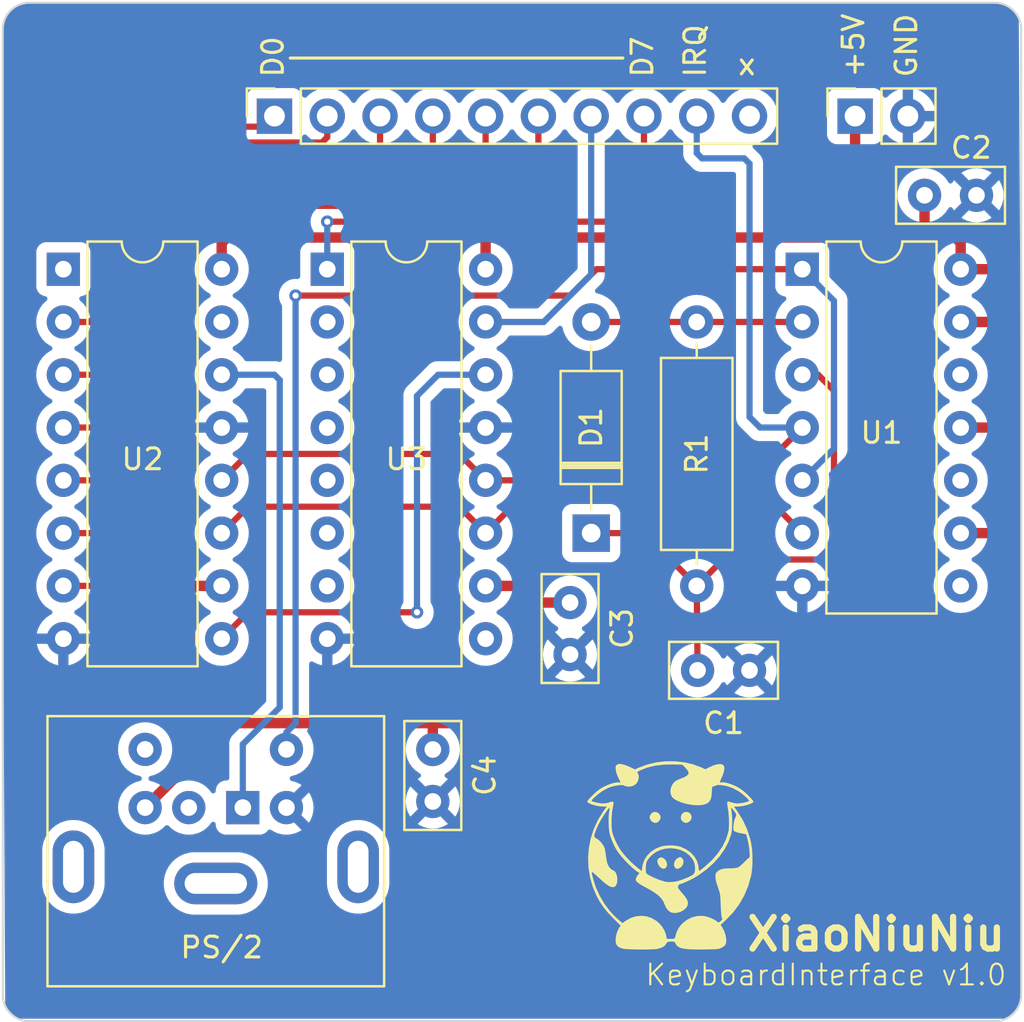
<source format=kicad_pcb>
(kicad_pcb (version 20221018) (generator pcbnew)
  (layers (0 "F.Cu" signal) (31 "B.Cu" signal) (34 "B.Paste" user) (35 "F.Paste" user) (36 "B.SilkS" user "B.Silkscreen") (37 "F.SilkS" user "F.Silkscreen") (38 "B.Mask" user) (39 "F.Mask" user) (44 "Edge.Cuts" user))
  (net 0 "")
  (net 1 "Net-(D1-K)")
  (net 2 "GND")
  (net 3 "Net-(D1-A)")
  (net 4 "DATA")
  (net 6 "+5V")
  (net 7 "CLOCK")
  (net 9 "/D0")
  (net 10 "/D1")
  (net 11 "/D2")
  (net 12 "/D3")
  (net 13 "/D4")
  (net 14 "/D5")
  (net 15 "/D6")
  (net 16 "/D7")
  (net 17 "IRQ")
  (net 19 "Net-(U2-SRCLK)")
  (net 24 "Net-(U2-QH')")
  (footprint "Capacitor_THT:C_Disc_D5.0mm_W2.5mm_P2.50mm" (layer "F.Cu") (at 106.72 82.55)
    (fp_text reference "C1" (at 1.25 2.54) (layer "F.SilkS"))
    (fp_text value "100nF")
    (fp_line (start -1.37 -1.37) (end -1.37 1.37) (stroke (width 0.12)) (layer "F.SilkS"))
    (fp_line (start -1.37 -1.37) (end 3.87 -1.37) (stroke (width 0.12)) (layer "F.SilkS"))
    (fp_line (start -1.37 1.37) (end 3.87 1.37) (stroke (width 0.12)) (layer "F.SilkS"))
    (fp_line (start 3.87 -1.37) (end 3.87 1.37) (stroke (width 0.12)) (layer "F.SilkS"))
    (pad "1" thru_hole circle (at 0 0) (size 1.6 1.6) (drill 0.8) (layers "*.Cu" "*.Mask") (net 1 "Net-(D1-K)"))
    (pad "2" thru_hole circle (at 2.5 0) (size 1.6 1.6) (drill 0.8) (layers "*.Cu" "*.Mask") (net 2 "GND"))
  )
  (footprint "Capacitor_THT:C_Disc_D5.0mm_W2.5mm_P2.50mm" (layer "F.Cu") (at 100.584 79.288 -90)
    (fp_text reference "C3" (at 1.25 -2.5 90) (layer "F.SilkS"))
    (fp_text value "100nF")
    (fp_line (start -1.37 -1.37) (end -1.37 1.37) (stroke (width 0.12)) (layer "F.SilkS"))
    (fp_line (start -1.37 -1.37) (end 3.87 -1.37) (stroke (width 0.12)) (layer "F.SilkS"))
    (fp_line (start -1.37 1.37) (end 3.87 1.37) (stroke (width 0.12)) (layer "F.SilkS"))
    (fp_line (start 3.87 -1.37) (end 3.87 1.37) (stroke (width 0.12)) (layer "F.SilkS"))
    (pad "1" thru_hole circle (at 0 0 270) (size 1.6 1.6) (drill 0.8) (layers "*.Cu" "*.Mask") (net 6 "+5V"))
    (pad "2" thru_hole circle (at 2.5 0 270) (size 1.6 1.6) (drill 0.8) (layers "*.Cu" "*.Mask") (net 2 "GND"))
  )
  (footprint "Connector_PinSocket_2.54mm:PinSocket_1x10_P2.54mm_Vertical" (layer "F.Cu") (at 86.36 55.88 90)
    (fp_text reference "J2")
    (fp_text value "CIA")
    (fp_line (start -1.33 1.27) (end -1.33 24.19) (stroke (width 0.12)) (layer "F.SilkS"))
    (fp_line (start -1.33 1.27) (end 1.33 1.27) (stroke (width 0.12)) (layer "F.SilkS"))
    (fp_line (start -1.33 24.19) (end 1.33 24.19) (stroke (width 0.12)) (layer "F.SilkS"))
    (fp_line (start 0 -1.33) (end 1.33 -1.33) (stroke (width 0.12)) (layer "F.SilkS"))
    (fp_line (start 1.33 -1.33) (end 1.33 0) (stroke (width 0.12)) (layer "F.SilkS"))
    (fp_line (start 1.33 1.27) (end 1.33 24.19) (stroke (width 0.12)) (layer "F.SilkS"))
    (pad "1" thru_hole rect (at 0 0 90) (size 1.7 1.7) (drill 1) (layers "*.Cu" "*.Mask") (net 9 "/D0"))
    (pad "2" thru_hole oval (at 0 2.54 90) (size 1.7 1.7) (drill 1) (layers "*.Cu" "*.Mask") (net 10 "/D1"))
    (pad "3" thru_hole oval (at 0 5.08 90) (size 1.7 1.7) (drill 1) (layers "*.Cu" "*.Mask") (net 11 "/D2"))
    (pad "4" thru_hole oval (at 0 7.62 90) (size 1.7 1.7) (drill 1) (layers "*.Cu" "*.Mask") (net 12 "/D3"))
    (pad "5" thru_hole oval (at 0 10.16 90) (size 1.7 1.7) (drill 1) (layers "*.Cu" "*.Mask") (net 13 "/D4"))
    (pad "6" thru_hole oval (at 0 12.7 90) (size 1.7 1.7) (drill 1) (layers "*.Cu" "*.Mask") (net 14 "/D5"))
    (pad "7" thru_hole oval (at 0 15.24 90) (size 1.7 1.7) (drill 1) (layers "*.Cu" "*.Mask") (net 15 "/D6"))
    (pad "8" thru_hole oval (at 0 17.78 90) (size 1.7 1.7) (drill 1) (layers "*.Cu" "*.Mask") (net 16 "/D7"))
    (pad "9" thru_hole oval (at 0 20.32 90) (size 1.7 1.7) (drill 1) (layers "*.Cu" "*.Mask") (net 17 "IRQ"))
    (pad "10" thru_hole oval (at 0 22.86 90) (size 1.7 1.7) (drill 1) (layers "*.Cu" "*.Mask"))
  )
  (footprint "Capacitor_THT:C_Disc_D5.0mm_W2.5mm_P2.50mm" (layer "F.Cu") (at 93.98 86.36 -90)
    (fp_text reference "C4" (at 1.25 -2.5 90) (layer "F.SilkS"))
    (fp_text value "100nF")
    (fp_line (start -1.37 -1.37) (end -1.37 1.37) (stroke (width 0.12)) (layer "F.SilkS"))
    (fp_line (start -1.37 -1.37) (end 3.87 -1.37) (stroke (width 0.12)) (layer "F.SilkS"))
    (fp_line (start -1.37 1.37) (end 3.87 1.37) (stroke (width 0.12)) (layer "F.SilkS"))
    (fp_line (start 3.87 -1.37) (end 3.87 1.37) (stroke (width 0.12)) (layer "F.SilkS"))
    (pad "1" thru_hole circle (at 0 0 270) (size 1.6 1.6) (drill 0.8) (layers "*.Cu" "*.Mask") (net 6 "+5V"))
    (pad "2" thru_hole circle (at 2.5 0 270) (size 1.6 1.6) (drill 0.8) (layers "*.Cu" "*.Mask") (net 2 "GND"))
  )
  (footprint "Cow:VerySmallCow" (layer "F.Cu") (at 105.41 91.44)
    (fp_text reference "XiaoNiuNiu" (at 9.906 3.81) (layer "F.SilkS") (effects (font (size 1.524 1.524) (thickness 0.3))))
    (fp_text value "LOGO" hide)
    (fp_poly (pts (xy 0.860799 -2.06454) (xy 0.94554 -2.009357) (xy 1.002926 -1.926687) (xy 1.024956 -1.827545) (xy 1.003631 -1.722943) (xy 0.94195 -1.634423) (xy 0.835669 -1.562606) (xy 0.723038 -1.548697) (xy 0.612022 -1.59366) (xy 0.611036 -1.594348) (xy 0.533216 -1.681325) (xy 0.501606 -1.788839) (xy 0.515058 -1.899642) (xy 0.572425 -1.996486) (xy 0.641253 -2.048393) (xy 0.756703 -2.081223)) (fill solid) (layer "F.SilkS"))
    (fp_poly (pts (xy -0.651099 -2.063236) (xy -0.563352 -2.013403) (xy -0.498777 -1.936634) (xy -0.468786 -1.840151) (xy -0.484791 -1.731176) (xy -0.498695 -1.70013) (xy -0.578736 -1.597979) (xy -0.678891 -1.549409) (xy -0.788349 -1.55614) (xy -0.8963 -1.619892) (xy -0.911639 -1.634423) (xy -0.9836 -1.740747) (xy -0.996673 -1.852832) (xy -0.950324 -1.964026) (xy -0.939249 -1.978908) (xy -0.850459 -2.05321) (xy -0.750605 -2.078912)) (fill solid) (layer "F.SilkS"))
    (fp_poly (pts (xy -0.387859 0.117826) (xy -0.283719 0.181951) (xy -0.207068 0.276038) (xy -0.163313 0.385063) (xy -0.157858 0.494) (xy -0.196108 0.587825) (xy -0.212172 0.606205) (xy -0.292122 0.658239) (xy -0.37742 0.654366) (xy -0.475737 0.594122) (xy -0.480615 0.590058) (xy -0.558677 0.499444) (xy -0.610844 0.390506) (xy -0.628159 0.285396) (xy -0.621255 0.24215) (xy -0.569263 0.161428) (xy -0.487384 0.115103) (xy -0.39717 0.114656)) (fill solid) (layer "F.SilkS"))
    (fp_poly (pts (xy 0.506748 0.099096) (xy 0.561829 0.137845) (xy 0.575895 0.151551) (xy 0.625855 0.240497) (xy 0.632601 0.34987) (xy 0.600519 0.462558) (xy 0.533994 0.561448) (xy 0.455646 0.620847) (xy 0.361378 0.65965) (xy 0.29364 0.657328) (xy 0.233223 0.612536) (xy 0.226057 0.604802) (xy 0.178888 0.511536) (xy 0.177097 0.400448) (xy 0.215853 0.28768) (xy 0.290323 0.189377) (xy 0.366719 0.134847) (xy 0.44968 0.098733)) (fill solid) (layer "F.SilkS"))
    (fp_poly (pts (xy 0.640521 -4.469991) (xy 1.065821 -4.374767) (xy 1.46632 -4.230513) (xy 1.499899 -4.215538) (xy 1.685681 -4.1313) (xy 1.880967 -4.231898) (xy 2.073661 -4.317766) (xy 2.24576 -4.368126) (xy 2.390864 -4.382513) (xy 2.502572 -4.360463) (xy 2.574483 -4.301512) (xy 2.584615 -4.282916) (xy 2.600786 -4.188609) (xy 2.58625 -4.057241) (xy 2.543915 -3.902196) (xy 2.476689 -3.736861) (xy 2.457532 -3.697841) (xy 2.410841 -3.591207) (xy 2.394498 -3.518599) (xy 2.408713 -3.48615) (xy 2.450674 -3.498081) (xy 2.512031 -3.508174) (xy 2.61536 -3.496189) (xy 2.747628 -3.465524) (xy 2.895797 -3.419576) (xy 3.046834 -3.361743) (xy 3.145174 -3.317045) (xy 3.287158 -3.242592) (xy 3.409309 -3.165238) (xy 3.529583 -3.071952) (xy 3.665937 -2.949703) (xy 3.713491 -2.904642) (xy 3.821002 -2.79794) (xy 3.910217 -2.701926) (xy 3.972784 -2.626147) (xy 4.00035 -2.580151) (xy 4.000955 -2.57608) (xy 3.972801 -2.532061) (xy 3.896239 -2.485091) (xy 3.78312 -2.43884) (xy 3.645292 -2.396981) (xy 3.494605 -2.363185) (xy 3.342909 -2.341124) (xy 3.220818 -2.334339) (xy 3.062042 -2.333891) (xy 3.225779 -2.105688) (xy 3.483063 -1.695315) (xy 3.688207 -1.25412) (xy 3.841045 -0.782487) (xy 3.884779 -0.598133) (xy 3.926378 -0.337788) (xy 3.949765 -0.042295) (xy 3.954985 0.26834) (xy 3.94208 0.574109) (xy 3.911095 0.855005) (xy 3.881284 1.014754) (xy 3.742653 1.499902) (xy 3.553764 1.951433) (xy 3.313737 2.370894) (xy 3.021694 2.759835) (xy 2.695196 3.102539) (xy 2.419204 3.362347) (xy 2.482218 3.450842) (xy 2.590636 3.647133) (xy 2.662606 3.871512) (xy 2.686386 4.031265) (xy 2.688564 4.181386) (xy 2.66399 4.289136) (xy 2.604928 4.369708) (xy 2.503643 4.43829) (xy 2.470287 4.455608) (xy 2.41965 4.479803) (xy 2.371045 4.498366) (xy 2.315582 4.512185) (xy 2.244369 4.52215) (xy 2.148517 4.52915) (xy 2.019135 4.534074) (xy 1.847333 4.537812) (xy 1.62422 4.541253) (xy 1.612371 4.541422) (xy 1.291201 4.54326) (xy 1.024809 4.538033) (xy 0.807637 4.524568) (xy 0.63413 4.501691) (xy 0.49873 4.468229) (xy 0.395882 4.423007) (xy 0.32003 4.364853) (xy 0.265616 4.292593) (xy 0.245566 4.252745) (xy 0.218526 4.199335) (xy 0.186172 4.171469) (xy 0.130496 4.161858) (xy 0.033489 4.163209) (xy 0.025144 4.16351) (xy -0.075977 4.169436) (xy -0.135502 4.184041) (xy -0.172452 4.21652) (xy -0.205267 4.2749) (xy -0.283866 4.374984) (xy -0.410121 4.451309) (xy -0.588642 4.506465) (xy -0.634711 4.515887) (xy -0.733008 4.527718) (xy -0.877971 4.536343) (xy -1.057772 4.541866) (xy -1.260586 4.544388) (xy -1.474586 4.544014) (xy -1.687946 4.540847) (xy -1.88884 4.53499) (xy -2.065442 4.526546) (xy -2.205926 4.515619) (xy -2.298465 4.502312) (xy -2.302736 4.501319) (xy -2.457804 4.445923) (xy -2.561407 4.363333) (xy -2.619239 4.246556) (xy -2.636993 4.09065) (xy -2.618351 3.905338) (xy -2.567732 3.71489) (xy -2.493097 3.545843) (xy -2.455815 3.48664) (xy -2.390842 3.395394) (xy -2.751298 3.038926) (xy -3.011438 2.764524) (xy -3.22711 2.496993) (xy -3.41005 2.220491) (xy -3.554357 1.955012) (xy -3.738921 1.517467) (xy -3.867477 1.063828) (xy -3.901714 0.846474) (xy -3.777637 0.846474) (xy -3.770639 0.897543) (xy -3.751399 0.987469) (xy -3.723465 1.106324) (xy -3.596652 1.519024) (xy -3.417689 1.924224) (xy -3.193296 2.311026) (xy -2.930193 2.668531) (xy -2.635101 2.985842) (xy -2.478379 3.125419) (xy -2.301956 3.27224) (xy -2.151013 3.163799) (xy -1.911008 3.026225) (xy -1.657838 2.944874) (xy -1.399064 2.919141) (xy -1.142247 2.948425) (xy -0.894949 3.03212) (xy -0.66473 3.169623) (xy -0.521428 3.293918) (xy -0.384066 3.458847) (xy -0.275363 3.644615) (xy -0.205762 3.831751) (xy -0.189867 3.912069) (xy -0.17388 4.031265) (xy 0.018569 4.031265) (xy 0.12344 4.029727) (xy 0.182971 4.021091) (xy 0.212432 3.999321) (xy 0.227093 3.958381) (xy 0.229472 3.947911) (xy 0.295195 3.717228) (xy 0.385169 3.527306) (xy 0.509382 3.359987) (xy 0.608168 3.25945) (xy 0.817949 3.101541) (xy 1.054248 2.990544) (xy 1.305349 2.930044) (xy 1.559539 2.923623) (xy 1.661169 2.937314) (xy 1.794713 2.971118) (xy 1.937127 3.021935) (xy 2.07106 3.082045) (xy 2.179161 3.14373) (xy 2.240907 3.195259) (xy 2.289858 3.235277) (xy 2.344128 3.231048) (xy 2.417833 3.180491) (xy 2.433662 3.166832) (xy 2.487493 3.112929) (xy 2.499631 3.07165) (xy 2.479609 3.023816) (xy 2.462297 2.961798) (xy 2.446905 2.842239) (xy 2.43372 2.668197) (xy 2.423032 2.442731) (xy 2.421835 2.409665) (xy 2.414571 2.213562) (xy 2.407098 2.064751) (xy 2.397344 1.949933) (xy 2.383238 1.85581) (xy 2.362707 1.769082) (xy 2.333681 1.67645) (xy 2.294087 1.564614) (xy 2.287277 1.545823) (xy 2.220761 1.344782) (xy 2.182478 1.183351) (xy 2.169503 1.050859) (xy 2.171345 0.946865) (xy 2.185773 0.880443) (xy 2.221008 0.828705) (xy 2.264077 0.787515) (xy 2.35554 0.721126) (xy 2.463581 0.676115) (xy 2.600754 0.649371) (xy 2.779618 0.637783) (xy 2.872871 0.636684) (xy 3.037209 0.631227) (xy 3.169426 0.61614) (xy 3.251749 0.594504) (xy 3.31534 0.554289) (xy 3.404674 0.481425) (xy 3.505015 0.388387) (xy 3.555992 0.336867) (xy 3.647151 0.245041) (xy 3.724951 0.172673) (xy 3.778767 0.129335) (xy 3.795383 0.121241) (xy 3.811423 0.093306) (xy 3.817274 0.016942) (xy 3.813867 -0.096686) (xy 3.802138 -0.236416) (xy 3.783018 -0.391085) (xy 3.757442 -0.54953) (xy 3.726848 -0.698419) (xy 3.697431 -0.821949) (xy 3.672533 -0.921112) (xy 3.655575 -0.98256) (xy 3.65062 -0.99579) (xy 3.618351 -1.005679) (xy 3.541471 -1.022218) (xy 3.435182 -1.042197) (xy 3.409835 -1.046653) (xy 3.286768 -1.072824) (xy 3.178106 -1.104342) (xy 3.105582 -1.134806) (xy 3.101097 -1.137586) (xy 3.062043 -1.166819) (xy 3.040066 -1.200985) (xy 3.031662 -1.255633) (xy 3.03333 -1.346312) (xy 3.037447 -1.420137) (xy 3.061436 -1.613925) (xy 3.108887 -1.762794) (xy 3.119051 -1.783667) (xy 3.155313 -1.870803) (xy 3.170387 -1.942303) (xy 3.167902 -1.964694) (xy 3.139823 -2.016145) (xy 3.090966 -2.088838) (xy 3.033734 -2.166242) (xy 2.980533 -2.231825) (xy 2.943768 -2.269057) (xy 2.937045 -2.272333) (xy 2.931328 -2.245973) (xy 2.935979 -2.177157) (xy 2.944754 -2.114141) (xy 2.964609 -1.944062) (xy 2.975342 -1.746114) (xy 2.977211 -1.537366) (xy 2.970473 -1.334888) (xy 2.955387 -1.155747) (xy 2.932211 -1.017012) (xy 2.927916 -1.000239) (xy 2.797639 -0.63526) (xy 2.610335 -0.279726) (xy 2.369358 0.062337) (xy 2.078059 0.386901) (xy 1.73979 0.689936) (xy 1.357903 0.967415) (xy 1.216022 1.056861) (xy 1.097494 1.123905) (xy 0.959499 1.19433) (xy 0.815367 1.262212) (xy 0.678431 1.321627) (xy 0.562022 1.36665) (xy 0.479472 1.391359) (xy 0.456698 1.394272) (xy 0.418931 1.419566) (xy 0.38309 1.478236) (xy 0.364177 1.544465) (xy 0.363723 1.554288) (xy 0.382893 1.594008) (xy 0.434481 1.666239) (xy 0.509604 1.759116) (xy 0.563775 1.821496) (xy 0.692211 1.974072) (xy 0.77868 2.098964) (xy 0.828759 2.206095) (xy 0.848028 2.305391) (xy 0.848688 2.328434) (xy 0.820427 2.449155) (xy 0.743571 2.560023) (xy 0.630011 2.655229) (xy 0.491638 2.728961) (xy 0.340343 2.775409) (xy 0.188017 2.788764) (xy 0.04655 2.763213) (xy 0.000062 2.74311) (xy -0.105372 2.661705) (xy -0.199659 2.540649) (xy -0.266845 2.400722) (xy -0.269859 2.391578) (xy -0.333221 2.239178) (xy -0.424658 2.099464) (xy -0.550372 1.966772) (xy -0.716566 1.835436) (xy -0.92944 1.699794) (xy -1.175612 1.564363) (xy -1.378718 1.452641) (xy -1.526322 1.357999) (xy -1.620585 1.278801) (xy -1.663665 1.213413) (xy -1.667064 1.192148) (xy -1.650601 1.113179) (xy -1.610249 1.021385) (xy -1.559569 0.943644) (xy -1.525931 0.912403) (xy -1.487169 0.883907) (xy -1.50098 0.861118) (xy -1.523706 0.846837) (xy -1.662638 0.749447) (xy -1.824872 0.612843) (xy -1.999653 0.447961) (xy -2.176224 0.265732) (xy -2.343828 0.077093) (xy -2.491707 -0.107022) (xy -2.571804 -0.218571) (xy -2.656771 -0.362922) (xy -2.745068 -0.544764) (xy -2.827421 -0.742293) (xy -2.894553 -0.933705) (xy -2.928826 -1.057925) (xy -2.950225 -1.191943) (xy -2.964519 -1.366993) (xy -2.971447 -1.563875) (xy -2.970747 -1.763388) (xy -2.962159 -1.946331) (xy -2.94542 -2.093504) (xy -2.943094 -2.106558) (xy -2.927626 -2.197426) (xy -2.923884 -2.252804) (xy -2.935471 -2.270087) (xy -2.965994 -2.24667) (xy -3.019058 -2.179948) (xy -3.098268 -2.067317) (xy -3.194784 -1.924702) (xy -3.353865 -1.672188) (xy -3.480111 -1.433327) (xy -3.586915 -1.182557) (xy -3.595572 -1.15975) (xy -3.641461 -1.029664) (xy -3.661126 -0.941696) (xy -3.653199 -0.882668) (xy -3.616312 -0.839406) (xy -3.558582 -0.803794) (xy -3.439635 -0.719808) (xy -3.324589 -0.604753) (xy -3.228761 -0.476912) (xy -3.167473 -0.354569) (xy -3.159453 -0.327438) (xy -3.140647 -0.235789) (xy -3.118888 -0.107599) (xy -3.098115 0.033446) (xy -3.092902 0.072864) (xy -3.071785 0.209534) (xy -3.045997 0.336422) (xy -3.020156 0.431706) (xy -3.01272 0.451742) (xy -2.94392 0.573595) (xy -2.854427 0.673167) (xy -2.759771 0.734105) (xy -2.737796 0.741218) (xy -2.663866 0.788463) (xy -2.607527 0.879228) (xy -2.569769 0.999097) (xy -2.551584 1.133656) (xy -2.553961 1.268488) (xy -2.577892 1.38918) (xy -2.624364 1.481317) (xy -2.683816 1.526995) (xy -2.764525 1.54483) (xy -2.851231 1.534631) (xy -2.950398 1.492788) (xy -3.068491 1.415688) (xy -3.211974 1.29972) (xy -3.387313 1.141273) (xy -3.406534 1.123249) (xy -3.522995 1.015546) (xy -3.625052 0.924544) (xy -3.70415 0.857615) (xy -3.751732 0.822131) (xy -3.760355 0.818377) (xy -3.773755 0.823629) (xy -3.777637 0.846474) (xy -3.901714 0.846474) (xy -3.940565 0.599841) (xy -3.958726 0.131253) (xy -3.922502 -0.336189) (xy -3.832432 -0.796738) (xy -3.689058 -1.244648) (xy -3.492922 -1.674172) (xy -3.244562 -2.079564) (xy -3.164265 -2.189917) (xy -3.055528 -2.333891) (xy -3.217561 -2.334339) (xy -3.361752 -2.343352) (xy -3.514821 -2.367214) (xy -3.664969 -2.402283) (xy -3.800396 -2.444918) (xy -3.909304 -2.491478) (xy -3.979893 -2.538322) (xy -4.000954 -2.57608) (xy -3.980697 -2.614859) (xy -3.788783 -2.614859) (xy -3.761119 -2.590686) (xy -3.687981 -2.563191) (xy -3.584147 -2.535716) (xy -3.464397 -2.511599) (xy -3.343509 -2.494182) (xy -3.236262 -2.486805) (xy -3.222059 -2.486772) (xy -3.1027 -2.497491) (xy -2.983991 -2.522571) (xy -2.95525 -2.531781) (xy -2.85014 -2.566782) (xy -2.780962 -2.577448) (xy -2.743431 -2.556844) (xy -2.733263 -2.498033) (xy -2.746172 -2.394079) (xy -2.776814 -2.24296) (xy -2.802168 -2.084319) (xy -2.819416 -1.892808) (xy -2.828326 -1.68554) (xy -2.828663 -1.479627) (xy -2.820193 -1.29218) (xy -2.802684 -1.140312) (xy -2.792557 -1.09117) (xy -2.739663 -0.924922) (xy -2.659704 -0.730737) (xy -2.562233 -0.528986) (xy -2.456806 -0.340042) (xy -2.394596 -0.242608) (xy -2.256348 -0.059827) (xy -2.082 0.138839) (xy -1.886923 0.337247) (xy -1.686484 0.519253) (xy -1.606444 0.585289) (xy -1.379117 0.766747) (xy -1.365025 0.655245) (xy -1.182214 0.655245) (xy -1.178867 0.774027) (xy -1.164838 0.858066) (xy -1.163088 0.862964) (xy -1.122852 0.905784) (xy -1.036151 0.961888) (xy -0.914295 1.026202) (xy -0.768593 1.093655) (xy -0.610354 1.159171) (xy -0.450887 1.217679) (xy -0.301502 1.264104) (xy -0.227327 1.282741) (xy -0.074762 1.298944) (xy 0.110649 1.290823) (xy 0.306851 1.259754) (xy 0.366452 1.245669) (xy 0.501018 1.205015) (xy 0.654467 1.149188) (xy 0.809934 1.085335) (xy 0.950551 1.0206) (xy 1.059453 0.962132) (xy 1.100413 0.934701) (xy 1.156272 0.856684) (xy 1.185837 0.739316) (xy 1.189729 0.597562) (xy 1.168566 0.446389) (xy 1.122969 0.300763) (xy 1.069948 0.199281) (xy 0.912798 0.011086) (xy 0.718996 -0.136581) (xy 0.497524 -0.243093) (xy 0.257367 -0.307821) (xy 0.00751 -0.330138) (xy -0.243065 -0.309418) (xy -0.485371 -0.245032) (xy -0.710427 -0.136353) (xy -0.909246 0.017247) (xy -0.94961 0.058237) (xy -1.031265 0.153967) (xy -1.100353 0.249824) (xy -1.138449 0.317925) (xy -1.160977 0.404446) (xy -1.175908 0.524469) (xy -1.182214 0.655245) (xy -1.365025 0.655245) (xy -1.357049 0.592145) (xy -1.329759 0.457999) (xy -1.285609 0.316161) (xy -1.261257 0.256505) (xy -1.127964 0.034933) (xy -0.94685 -0.151002) (xy -0.716852 -0.302211) (xy -0.497697 -0.398513) (xy -0.319633 -0.443247) (xy -0.107943 -0.465441) (xy 0.114724 -0.465095) (xy 0.325718 -0.442209) (xy 0.497697 -0.398513) (xy 0.757392 -0.2785) (xy 0.976093 -0.124794) (xy 1.149617 0.05786) (xy 1.273786 0.264719) (xy 1.344417 0.491038) (xy 1.355827 0.575195) (xy 1.367719 0.671252) (xy 1.381988 0.737384) (xy 1.393501 0.757756) (xy 1.423599 0.7394) (xy 1.490226 0.689351) (xy 1.58369 0.615144) (xy 1.694298 0.52431) (xy 1.700121 0.519453) (xy 2.019453 0.222667) (xy 2.291427 -0.093618) (xy 2.51274 -0.424454) (xy 2.680087 -0.764892) (xy 2.790165 -1.109984) (xy 2.791271 -1.11477) (xy 2.809315 -1.238959) (xy 2.819035 -1.406483) (xy 2.820692 -1.600665) (xy 2.814552 -1.804831) (xy 2.800878 -2.002305) (xy 2.779935 -2.176412) (xy 2.773895 -2.21265) (xy 2.746203 -2.375206) (xy 2.733919 -2.485347) (xy 2.741095 -2.550205) (xy 2.771785 -2.576913) (xy 2.830042 -2.572602) (xy 2.919919 -2.544407) (xy 2.955251 -2.531781) (xy 3.064748 -2.503894) (xy 3.188751 -2.488029) (xy 3.22206 -2.486772) (xy 3.325933 -2.492328) (xy 3.445698 -2.508432) (xy 3.566576 -2.531744) (xy 3.673787 -2.558924) (xy 3.752552 -2.586631) (xy 3.788093 -2.611526) (xy 3.788783 -2.614859) (xy 3.7659 -2.657183) (xy 3.704165 -2.7256) (xy 3.613953 -2.810822) (xy 3.505637 -2.903561) (xy 3.389591 -2.994529) (xy 3.276189 -3.074439) (xy 3.273509 -3.076194) (xy 2.99458 -3.227227) (xy 2.698805 -3.324093) (xy 2.485442 -3.361018) (xy 2.355667 -3.373299) (xy 2.269407 -3.372151) (xy 2.210885 -3.356768) (xy 2.190983 -3.345995) (xy 2.116807 -3.313105) (xy 2.06578 -3.303819) (xy 2.038186 -3.298085) (xy 2.019947 -3.273405) (xy 2.008258 -3.218559) (xy 2.000316 -3.122328) (xy 1.995389 -3.02214) (xy 1.979431 -2.834443) (xy 1.946918 -2.694896) (xy 1.8926 -2.592094) (xy 1.81123 -2.514629) (xy 1.74284 -2.473243) (xy 1.596854 -2.422633) (xy 1.414145 -2.398967) (xy 1.206417 -2.39985) (xy 0.985373 -2.422889) (xy 0.762716 -2.46569) (xy 0.550149 -2.52586) (xy 0.359375 -2.601006) (xy 0.202097 -2.688732) (xy 0.090018 -2.786646) (xy 0.068198 -2.81576) (xy 0.01017 -2.955414) (xy 0.001158 -3.11366) (xy 0.038732 -3.27703) (xy 0.120459 -3.432056) (xy 0.195635 -3.521498) (xy 0.263516 -3.571076) (xy 0.368144 -3.627412) (xy 0.488371 -3.679283) (xy 0.503787 -3.68502) (xy 0.680577 -3.756698) (xy 0.799837 -3.82483) (xy 0.863986 -3.894854) (xy 0.875445 -3.972208) (xy 0.836634 -4.062329) (xy 0.749974 -4.170657) (xy 0.729597 -4.192387) (xy 0.580197 -4.349002) (xy 0.123173 -4.360149) (xy -0.331296 -4.351374) (xy -0.743844 -4.301419) (xy -1.117565 -4.209704) (xy -1.455557 -4.075647) (xy -1.493729 -4.056755) (xy -1.564071 -4.018164) (xy -1.588444 -3.989013) (xy -1.575778 -3.953032) (xy -1.561927 -3.93249) (xy -1.521446 -3.826231) (xy -1.522087 -3.697551) (xy -1.560072 -3.56476) (xy -1.631625 -3.446169) (xy -1.670736 -3.405038) (xy -1.789189 -3.333137) (xy -1.935637 -3.295758) (xy -2.084555 -3.29895) (xy -2.102691 -3.302643) (xy -2.184732 -3.326314) (xy -2.240548 -3.351329) (xy -2.247186 -3.356542) (xy -2.294138 -3.369266) (xy -2.384898 -3.368547) (xy -2.504655 -3.356379) (xy -2.638596 -3.334755) (xy -2.771906 -3.30567) (xy -2.889773 -3.271116) (xy -2.89463 -3.26941) (xy -3.015973 -3.218007) (xy -3.154925 -3.146817) (xy -3.273508 -3.076194) (xy -3.386714 -2.996675) (xy -3.50282 -2.905868) (xy -3.611451 -2.813061) (xy -3.702236 -2.727542) (xy -3.764799 -2.658598) (xy -3.788768 -2.615517) (xy -3.788783 -2.614859) (xy -3.980697 -2.614859) (xy -3.979979 -2.616233) (xy -3.922621 -2.687748) (xy -3.837234 -2.781077) (xy -3.732171 -2.886671) (xy -3.713491 -2.904642) (xy -3.568654 -3.038322) (xy -3.445377 -3.139064) (xy -3.325703 -3.219898) (xy -3.191674 -3.293855) (xy -3.145174 -3.317045) (xy -2.976629 -3.390774) (xy -2.808436 -3.448749) (xy -2.653694 -3.4877) (xy -2.5255 -3.504356) (xy -2.436953 -3.495444) (xy -2.434495 -3.494538) (xy -2.400193 -3.491447) (xy -2.399313 -3.503583) (xy -2.418123 -3.542492) (xy -2.456026 -3.62042) (xy -2.505505 -3.721918) (xy -2.515687 -3.742784) (xy -2.602 -3.9642) (xy -2.63142 -4.126293) (xy -2.636126 -4.226041) (xy -2.627861 -4.285256) (xy -2.600523 -4.323634) (xy -2.561443 -4.352162) (xy -2.506127 -4.381998) (xy -2.448976 -4.391506) (xy -2.367554 -4.382326) (xy -2.307954 -4.370664) (xy -2.192604 -4.338359) (xy -2.05402 -4.287644) (xy -1.92202 -4.229443) (xy -1.920877 -4.228881) (xy -1.704881 -4.122594) (xy -1.509499 -4.211185) (xy -1.109548 -4.360889) (xy -0.684614 -4.461635) (xy -0.244654 -4.513411) (xy 0.200377 -4.516201)) (fill solid) (layer "F.SilkS"))
  )
  (footprint "Capacitor_THT:C_Disc_D5.0mm_W2.5mm_P2.50mm" (layer "F.Cu") (at 117.642 59.69)
    (fp_text reference "C2" (at 2.246 -2.286) (layer "F.SilkS"))
    (fp_text value "100nF")
    (fp_line (start -1.37 -1.37) (end -1.37 1.37) (stroke (width 0.12)) (layer "F.SilkS"))
    (fp_line (start -1.37 -1.37) (end 3.87 -1.37) (stroke (width 0.12)) (layer "F.SilkS"))
    (fp_line (start -1.37 1.37) (end 3.87 1.37) (stroke (width 0.12)) (layer "F.SilkS"))
    (fp_line (start 3.87 -1.37) (end 3.87 1.37) (stroke (width 0.12)) (layer "F.SilkS"))
    (pad "1" thru_hole circle (at 0 0) (size 1.6 1.6) (drill 0.8) (layers "*.Cu" "*.Mask") (net 6 "+5V"))
    (pad "2" thru_hole circle (at 2.5 0) (size 1.6 1.6) (drill 0.8) (layers "*.Cu" "*.Mask") (net 2 "GND"))
  )
  (footprint "Connector_MiniDIN:Mini_din6" (layer "F.Cu") (at 84.836 89.154)
    (fp_text reference "J1")
    (fp_text value "PS/2" (at -1.016 6.731) (layer "F.SilkS"))
    (fp_line (start -9.4 -4.4) (end -9.4 8.6) (stroke (width 0.12)) (layer "F.SilkS"))
    (fp_line (start -9.4 -4.4) (end 6.8 -4.4) (stroke (width 0.12)) (layer "F.SilkS"))
    (fp_line (start -9.4 8.6) (end 6.8 8.6) (stroke (width 0.12)) (layer "F.SilkS"))
    (fp_line (start 6.8 -4.4) (end 6.8 8.6) (stroke (width 0.12)) (layer "F.SilkS"))
    (pad "1" thru_hole rect (at 0 0) (size 1.6 1.6) (drill 0.8) (layers "*.Cu" "*.Mask") (net 4 "DATA"))
    (pad "2" thru_hole circle (at -2.6 0) (size 1.6 1.6) (drill 0.8) (layers "*.Cu" "*.Mask"))
    (pad "3" thru_hole circle (at 2.1 0) (size 1.6 1.6) (drill 0.8) (layers "*.Cu" "*.Mask") (net 2 "GND"))
    (pad "4" thru_hole circle (at -4.7 0) (size 1.6 1.6) (drill 0.8) (layers "*.Cu" "*.Mask") (net 6 "+5V"))
    (pad "5" thru_hole circle (at 2.1 -2.8) (size 1.6 1.6) (drill 0.8) (layers "*.Cu" "*.Mask") (net 7 "CLOCK"))
    (pad "6" thru_hole circle (at -4.7 -2.8) (size 1.6 1.6) (drill 0.8) (layers "*.Cu" "*.Mask"))
    (pad "7" thru_hole oval (at -8.15 2.85) (size 2 3.5) (drill oval 1 2.5) (layers "*.Cu" "*.Mask"))
    (pad "7" thru_hole oval (at -1.3 3.65) (size 4 2) (drill oval 3 1) (layers "*.Cu" "*.Mask"))
    (pad "7" thru_hole oval (at 5.55 2.85) (size 2 3.5) (drill oval 1 2.5) (layers "*.Cu" "*.Mask"))
  )
  (footprint "Diode_THT:D_A-405_P10.16mm_Horizontal" (layer "F.Cu") (at 101.6 75.946 90)
    (fp_text reference "D1" (at 5.08 0 90) (layer "F.SilkS"))
    (fp_text value "D")
    (fp_line (start 1.14 0) (end 2.36 0) (stroke (width 0.12)) (layer "F.SilkS"))
    (fp_line (start 2.36 -1.47) (end 2.36 1.47) (stroke (width 0.12)) (layer "F.SilkS"))
    (fp_line (start 2.36 1.47) (end 7.8 1.47) (stroke (width 0.12)) (layer "F.SilkS"))
    (fp_line (start 3.14 -1.47) (end 3.14 1.47) (stroke (width 0.12)) (layer "F.SilkS"))
    (fp_line (start 3.26 -1.47) (end 3.26 1.47) (stroke (width 0.12)) (layer "F.SilkS"))
    (fp_line (start 3.38 -1.47) (end 3.38 1.47) (stroke (width 0.12)) (layer "F.SilkS"))
    (fp_line (start 7.8 -1.47) (end 2.36 -1.47) (stroke (width 0.12)) (layer "F.SilkS"))
    (fp_line (start 7.8 1.47) (end 7.8 -1.47) (stroke (width 0.12)) (layer "F.SilkS"))
    (fp_line (start 9.02 0) (end 7.8 0) (stroke (width 0.12)) (layer "F.SilkS"))
    (pad "1" thru_hole rect (at 0 0 90) (size 1.8 1.8) (drill 0.9) (layers "*.Cu" "*.Mask") (net 1 "Net-(D1-K)"))
    (pad "2" thru_hole oval (at 10.16 0 90) (size 1.8 1.8) (drill 0.9) (layers "*.Cu" "*.Mask") (net 3 "Net-(D1-A)"))
  )
  (footprint "Connector_PinSocket_2.54mm:PinSocket_1x02_P2.54mm_Vertical" (layer "F.Cu") (at 114.3 55.88 90)
    (fp_text reference "J3")
    (fp_text value "POWER")
    (fp_line (start -1.33 1.27) (end -1.33 3.87) (stroke (width 0.12)) (layer "F.SilkS"))
    (fp_line (start -1.33 1.27) (end 1.33 1.27) (stroke (width 0.12)) (layer "F.SilkS"))
    (fp_line (start -1.33 3.87) (end 1.33 3.87) (stroke (width 0.12)) (layer "F.SilkS"))
    (fp_line (start 0 -1.33) (end 1.33 -1.33) (stroke (width 0.12)) (layer "F.SilkS"))
    (fp_line (start 1.33 -1.33) (end 1.33 0) (stroke (width 0.12)) (layer "F.SilkS"))
    (fp_line (start 1.33 1.27) (end 1.33 3.87) (stroke (width 0.12)) (layer "F.SilkS"))
    (pad "1" thru_hole rect (at 0 0 90) (size 1.7 1.7) (drill 1) (layers "*.Cu" "*.Mask") (net 6 "+5V"))
    (pad "2" thru_hole oval (at 0 2.54 90) (size 1.7 1.7) (drill 1) (layers "*.Cu" "*.Mask") (net 2 "GND"))
  )
  (footprint "Package_DIP:DIP-14_W7.62mm" (layer "F.Cu") (at 111.76 63.246)
    (fp_text reference "U1" (at 3.81 7.874) (layer "F.SilkS"))
    (fp_text value "74HC14")
    (fp_line (start 1.16 -1.33) (end 1.16 16.57) (stroke (width 0.12)) (layer "F.SilkS"))
    (fp_line (start 1.16 16.57) (end 6.46 16.57) (stroke (width 0.12)) (layer "F.SilkS"))
    (fp_line (start 2.81 -1.33) (end 1.16 -1.33) (stroke (width 0.12)) (layer "F.SilkS"))
    (fp_line (start 6.46 -1.33) (end 4.81 -1.33) (stroke (width 0.12)) (layer "F.SilkS"))
    (fp_line (start 6.46 16.57) (end 6.46 -1.33) (stroke (width 0.12)) (layer "F.SilkS"))
    (fp_arc (start 4.81 -1.33) (mid 3.81 -0.33) (end 2.81 -1.33) (stroke (width 0.12)) (layer "F.SilkS"))
    (pad "1" thru_hole rect (at 0 0) (size 1.6 1.6) (drill 0.8) (layers "*.Cu" "*.Mask") (net 7 "CLOCK"))
    (pad "2" thru_hole oval (at 0 2.54) (size 1.6 1.6) (drill 0.8) (layers "*.Cu" "*.Mask") (net 3 "Net-(D1-A)"))
    (pad "3" thru_hole oval (at 0 5.08) (size 1.6 1.6) (drill 0.8) (layers "*.Cu" "*.Mask") (net 1 "Net-(D1-K)"))
    (pad "4" thru_hole oval (at 0 7.62) (size 1.6 1.6) (drill 0.8) (layers "*.Cu" "*.Mask") (net 17 "IRQ"))
    (pad "5" thru_hole oval (at 0 10.16) (size 1.6 1.6) (drill 0.8) (layers "*.Cu" "*.Mask") (net 7 "CLOCK"))
    (pad "6" thru_hole oval (at 0 12.7) (size 1.6 1.6) (drill 0.8) (layers "*.Cu" "*.Mask") (net 19 "Net-(U2-SRCLK)"))
    (pad "7" thru_hole oval (at 0 15.24) (size 1.6 1.6) (drill 0.8) (layers "*.Cu" "*.Mask") (net 2 "GND"))
    (pad "8" thru_hole oval (at 7.62 15.24) (size 1.6 1.6) (drill 0.8) (layers "*.Cu" "*.Mask"))
    (pad "9" thru_hole oval (at 7.62 12.7) (size 1.6 1.6) (drill 0.8) (layers "*.Cu" "*.Mask") (net 6 "+5V"))
    (pad "10" thru_hole oval (at 7.62 10.16) (size 1.6 1.6) (drill 0.8) (layers "*.Cu" "*.Mask"))
    (pad "11" thru_hole oval (at 7.62 7.62) (size 1.6 1.6) (drill 0.8) (layers "*.Cu" "*.Mask") (net 6 "+5V"))
    (pad "12" thru_hole oval (at 7.62 5.08) (size 1.6 1.6) (drill 0.8) (layers "*.Cu" "*.Mask"))
    (pad "13" thru_hole oval (at 7.62 2.54) (size 1.6 1.6) (drill 0.8) (layers "*.Cu" "*.Mask") (net 6 "+5V"))
    (pad "14" thru_hole oval (at 7.62 0) (size 1.6 1.6) (drill 0.8) (layers "*.Cu" "*.Mask") (net 6 "+5V"))
  )
  (footprint "Resistor_THT:R_Axial_DIN0309_L9.0mm_D3.2mm_P12.70mm_Horizontal" (layer "F.Cu") (at 106.68 65.786 -90)
    (fp_text reference "R1" (at 6.35 0 -90) (layer "F.SilkS"))
    (fp_text value "33K")
    (fp_line (start 1.04 0) (end 1.73 0) (stroke (width 0.12)) (layer "F.SilkS"))
    (fp_line (start 1.73 -1.72) (end 1.73 1.72) (stroke (width 0.12)) (layer "F.SilkS"))
    (fp_line (start 1.73 1.72) (end 10.97 1.72) (stroke (width 0.12)) (layer "F.SilkS"))
    (fp_line (start 10.97 -1.72) (end 1.73 -1.72) (stroke (width 0.12)) (layer "F.SilkS"))
    (fp_line (start 10.97 1.72) (end 10.97 -1.72) (stroke (width 0.12)) (layer "F.SilkS"))
    (fp_line (start 11.66 0) (end 10.97 0) (stroke (width 0.12)) (layer "F.SilkS"))
    (pad "1" thru_hole circle (at 0 0 270) (size 1.6 1.6) (drill 0.8) (layers "*.Cu" "*.Mask") (net 3 "Net-(D1-A)"))
    (pad "2" thru_hole oval (at 12.7 0 270) (size 1.6 1.6) (drill 0.8) (layers "*.Cu" "*.Mask") (net 1 "Net-(D1-K)"))
  )
  (footprint "Package_DIP:DIP-16_W7.62mm" (layer "F.Cu") (at 88.9 63.246)
    (fp_text reference "U3" (at 3.81 9.144) (layer "F.SilkS"))
    (fp_text value "74HC595")
    (fp_line (start 1.16 -1.33) (end 1.16 19.11) (stroke (width 0.12)) (layer "F.SilkS"))
    (fp_line (start 1.16 19.11) (end 6.46 19.11) (stroke (width 0.12)) (layer "F.SilkS"))
    (fp_line (start 2.81 -1.33) (end 1.16 -1.33) (stroke (width 0.12)) (layer "F.SilkS"))
    (fp_line (start 6.46 -1.33) (end 4.81 -1.33) (stroke (width 0.12)) (layer "F.SilkS"))
    (fp_line (start 6.46 19.11) (end 6.46 -1.33) (stroke (width 0.12)) (layer "F.SilkS"))
    (fp_arc (start 4.81 -1.33) (mid 3.81 -0.33) (end 2.81 -1.33) (stroke (width 0.12)) (layer "F.SilkS"))
    (pad "1" thru_hole rect (at 0 0) (size 1.6 1.6) (drill 0.8) (layers "*.Cu" "*.Mask") (net 16 "/D7"))
    (pad "2" thru_hole oval (at 0 2.54) (size 1.6 1.6) (drill 0.8) (layers "*.Cu" "*.Mask"))
    (pad "3" thru_hole oval (at 0 5.08) (size 1.6 1.6) (drill 0.8) (layers "*.Cu" "*.Mask"))
    (pad "4" thru_hole oval (at 0 7.62) (size 1.6 1.6) (drill 0.8) (layers "*.Cu" "*.Mask"))
    (pad "5" thru_hole oval (at 0 10.16) (size 1.6 1.6) (drill 0.8) (layers "*.Cu" "*.Mask"))
    (pad "6" thru_hole oval (at 0 12.7) (size 1.6 1.6) (drill 0.8) (layers "*.Cu" "*.Mask"))
    (pad "7" thru_hole oval (at 0 15.24) (size 1.6 1.6) (drill 0.8) (layers "*.Cu" "*.Mask"))
    (pad "8" thru_hole oval (at 0 17.78) (size 1.6 1.6) (drill 0.8) (layers "*.Cu" "*.Mask") (net 2 "GND"))
    (pad "9" thru_hole oval (at 7.62 17.78) (size 1.6 1.6) (drill 0.8) (layers "*.Cu" "*.Mask"))
    (pad "10" thru_hole oval (at 7.62 15.24) (size 1.6 1.6) (drill 0.8) (layers "*.Cu" "*.Mask") (net 6 "+5V"))
    (pad "11" thru_hole oval (at 7.62 12.7) (size 1.6 1.6) (drill 0.8) (layers "*.Cu" "*.Mask") (net 19 "Net-(U2-SRCLK)"))
    (pad "12" thru_hole oval (at 7.62 10.16) (size 1.6 1.6) (drill 0.8) (layers "*.Cu" "*.Mask") (net 17 "IRQ"))
    (pad "13" thru_hole oval (at 7.62 7.62) (size 1.6 1.6) (drill 0.8) (layers "*.Cu" "*.Mask") (net 2 "GND"))
    (pad "14" thru_hole oval (at 7.62 5.08) (size 1.6 1.6) (drill 0.8) (layers "*.Cu" "*.Mask") (net 24 "Net-(U2-QH')"))
    (pad "15" thru_hole oval (at 7.62 2.54) (size 1.6 1.6) (drill 0.8) (layers "*.Cu" "*.Mask") (net 15 "/D6"))
    (pad "16" thru_hole oval (at 7.62 0) (size 1.6 1.6) (drill 0.8) (layers "*.Cu" "*.Mask") (net 6 "+5V"))
  )
  (footprint "Package_DIP:DIP-16_W7.62mm" (layer "F.Cu") (at 76.2 63.246)
    (fp_text reference "U2" (at 3.81 9.144) (layer "F.SilkS"))
    (fp_text value "74HC595")
    (fp_line (start 1.16 -1.33) (end 1.16 19.11) (stroke (width 0.12)) (layer "F.SilkS"))
    (fp_line (start 1.16 19.11) (end 6.46 19.11) (stroke (width 0.12)) (layer "F.SilkS"))
    (fp_line (start 2.81 -1.33) (end 1.16 -1.33) (stroke (width 0.12)) (layer "F.SilkS"))
    (fp_line (start 6.46 -1.33) (end 4.81 -1.33) (stroke (width 0.12)) (layer "F.SilkS"))
    (fp_line (start 6.46 19.11) (end 6.46 -1.33) (stroke (width 0.12)) (layer "F.SilkS"))
    (fp_arc (start 4.81 -1.33) (mid 3.81 -0.33) (end 2.81 -1.33) (stroke (width 0.12)) (layer "F.SilkS"))
    (pad "1" thru_hole rect (at 0 0) (size 1.6 1.6) (drill 0.8) (layers "*.Cu" "*.Mask"))
    (pad "2" thru_hole oval (at 0 2.54) (size 1.6 1.6) (drill 0.8) (layers "*.Cu" "*.Mask") (net 9 "/D0"))
    (pad "3" thru_hole oval (at 0 5.08) (size 1.6 1.6) (drill 0.8) (layers "*.Cu" "*.Mask") (net 10 "/D1"))
    (pad "4" thru_hole oval (at 0 7.62) (size 1.6 1.6) (drill 0.8) (layers "*.Cu" "*.Mask") (net 11 "/D2"))
    (pad "5" thru_hole oval (at 0 10.16) (size 1.6 1.6) (drill 0.8) (layers "*.Cu" "*.Mask") (net 12 "/D3"))
    (pad "6" thru_hole oval (at 0 12.7) (size 1.6 1.6) (drill 0.8) (layers "*.Cu" "*.Mask") (net 13 "/D4"))
    (pad "7" thru_hole oval (at 0 15.24) (size 1.6 1.6) (drill 0.8) (layers "*.Cu" "*.Mask") (net 14 "/D5"))
    (pad "8" thru_hole oval (at 0 17.78) (size 1.6 1.6) (drill 0.8) (layers "*.Cu" "*.Mask") (net 2 "GND"))
    (pad "9" thru_hole oval (at 7.62 17.78) (size 1.6 1.6) (drill 0.8) (layers "*.Cu" "*.Mask") (net 24 "Net-(U2-QH')"))
    (pad "10" thru_hole oval (at 7.62 15.24) (size 1.6 1.6) (drill 0.8) (layers "*.Cu" "*.Mask") (net 6 "+5V"))
    (pad "11" thru_hole oval (at 7.62 12.7) (size 1.6 1.6) (drill 0.8) (layers "*.Cu" "*.Mask") (net 19 "Net-(U2-SRCLK)"))
    (pad "12" thru_hole oval (at 7.62 10.16) (size 1.6 1.6) (drill 0.8) (layers "*.Cu" "*.Mask") (net 17 "IRQ"))
    (pad "13" thru_hole oval (at 7.62 7.62) (size 1.6 1.6) (drill 0.8) (layers "*.Cu" "*.Mask") (net 2 "GND"))
    (pad "14" thru_hole oval (at 7.62 5.08) (size 1.6 1.6) (drill 0.8) (layers "*.Cu" "*.Mask") (net 4 "DATA"))
    (pad "15" thru_hole oval (at 7.62 2.54) (size 1.6 1.6) (drill 0.8) (layers "*.Cu" "*.Mask"))
    (pad "16" thru_hole oval (at 7.62 0) (size 1.6 1.6) (drill 0.8) (layers "*.Cu" "*.Mask") (net 6 "+5V"))
  )
  (gr_line (start 87.122 53.086) (end 103.124 53.086) (stroke (width 0.15)) (layer "F.SilkS"))
  (gr_line (start 74.558026 99.431974) (end 121.021974 99.431974) (stroke (width 0.1)) (layer "Edge.Cuts"))
  (gr_arc (start 122.291974 98.161974) (mid 121.92 99.06) (end 121.021974 99.431974) (stroke (width 0.1)) (layer "Edge.Cuts"))
  (gr_arc (start 74.558026 99.431974) (mid 73.66 99.06) (end 73.288026 98.161974) (stroke (width 0.1)) (layer "Edge.Cuts"))
  (gr_arc (start 121.021974 50.428026) (mid 121.92 50.8) (end 122.291974 51.698026) (stroke (width 0.1)) (layer "Edge.Cuts"))
  (gr_line (start 121.021974 50.428026) (end 74.558026 50.428026) (stroke (width 0.1)) (layer "Edge.Cuts"))
  (gr_arc (start 73.288026 51.698026) (mid 73.66 50.8) (end 74.558026 50.428026) (stroke (width 0.1)) (layer "Edge.Cuts"))
  (gr_line (start 122.291974 98.161974) (end 122.291974 51.698026) (stroke (width 0.1)) (layer "Edge.Cuts"))
  (gr_line (start 73.288026 51.698026) (end 73.288026 98.161974) (stroke (width 0.1)) (layer "Edge.Cuts"))
  (gr_text "KeyboardInterface v1.0" (at 104.14 97.79) (layer "F.SilkS") (effects (font (size 1 1) (thickness 0.1)) (justify left bottom)))
  (gr_text "x" (at 108.585 53.975) (layer "F.SilkS") (effects (font (size 1 1)) (justify left bottom)))
  (gr_text "GND" (at 117.348 54.102 90) (layer "F.SilkS") (effects (font (size 1 1)) (justify left bottom)))
  (gr_text "D7" (at 104.648 54.102 90) (layer "F.SilkS") (effects (font (size 1 1)) (justify left bottom)))
  (gr_text "D0" (at 86.868 54.102 90) (layer "F.SilkS") (effects (font (size 1 1)) (justify left bottom)))
  (gr_text "+5V" (at 114.808 54.102 90) (layer "F.SilkS") (effects (font (size 1 1)) (justify left bottom)))
  (gr_text "IRQ" (at 107.188 54.102 90) (layer "F.SilkS") (effects (font (size 1 1)) (justify left bottom)))
  (segment (start 112.522 68.326) (end 113.284 69.088) (width 0.3) (layer "F.Cu") (net 1))
  (segment (start 113.284 69.088) (end 113.284 76.454) (width 0.3) (layer "F.Cu") (net 1))
  (segment (start 107.95 77.216) (end 106.68 78.486) (width 0.3) (layer "F.Cu") (net 1))
  (segment (start 112.522 77.216) (end 107.95 77.216) (width 0.3) (layer "F.Cu") (net 1))
  (segment (start 106.68 78.486) (end 106.72 82.55) (width 0.3) (layer "F.Cu") (net 1))
  (segment (start 101.6 75.946) (end 104.14 75.946) (width 0.3) (layer "F.Cu") (net 1))
  (segment (start 113.284 76.454) (end 112.522 77.216) (width 0.3) (layer "F.Cu") (net 1))
  (segment (start 111.76 68.326) (end 112.522 68.326) (width 0.3) (layer "F.Cu") (net 1))
  (segment (start 104.14 75.946) (end 106.68 78.486) (width 0.3) (layer "F.Cu") (net 1))
  (segment (start 101.6 65.786) (end 106.68 65.786) (width 0.3) (layer "F.Cu") (net 3))
  (segment (start 111.76 65.786) (end 106.68 65.786) (width 0.3) (layer "F.Cu") (net 3))
  (segment (start 84.836 86.106) (end 84.836 89.154) (width 0.3) (layer "B.Cu") (net 4))
  (segment (start 83.82 68.326) (end 86.36 68.326) (width 0.3) (layer "B.Cu") (net 4))
  (segment (start 86.614 68.58) (end 86.614 84.328) (width 0.3) (layer "B.Cu") (net 4))
  (segment (start 86.36 68.326) (end 86.614 68.58) (width 0.3) (layer "B.Cu") (net 4))
  (segment (start 86.614 84.328) (end 84.836 86.106) (width 0.3) (layer "B.Cu") (net 4))
  (segment (start 96.52 78.486) (end 98.044 78.486) (width 0.5) (layer "F.Cu") (net 6))
  (segment (start 82.296 85.09) (end 82.296 86.994) (width 0.5) (layer "F.Cu") (net 6))
  (segment (start 82.296 85.09) (end 93.98 85.09) (width 0.5) (layer "F.Cu") (net 6))
  (segment (start 114.3 61.722) (end 96.52 61.722) (width 0.5) (layer "F.Cu") (net 6))
  (segment (start 119.38 70.866) (end 121.412 70.866) (width 0.5) (layer "F.Cu") (net 6))
  (segment (start 93.98 86.36) (end 93.98 85.09) (width 0.5) (layer "F.Cu") (net 6))
  (segment (start 121.412 70.866) (end 121.412 75.946) (width 0.5) (layer "F.Cu") (net 6))
  (segment (start 119.38 65.786) (end 121.412 65.786) (width 0.5) (layer "F.Cu") (net 6))
  (segment (start 98.298 85.09) (end 121.412 85.09) (width 0.5) (layer "F.Cu") (net 6))
  (segment (start 121.412 70.866) (end 121.412 65.786) (width 0.5) (layer "F.Cu") (net 6))
  (segment (start 82.55 78.486) (end 82.296 78.74) (width 0.5) (layer "F.Cu") (net 6))
  (segment (start 121.412 85.09) (end 121.412 75.946) (width 0.5) (layer "F.Cu") (net 6))
  (segment (start 119.38 61.976) (end 119.38 63.246) (width 0.5) (layer "F.Cu") (net 6))
  (segment (start 98.298 78.74) (end 98.298 85.09) (width 0.5) (layer "F.Cu") (net 6))
  (segment (start 96.52 63.246) (end 96.52 61.722) (width 0.5) (layer "F.Cu") (net 6))
  (segment (start 121.412 65.786) (end 121.412 63.5) (width 0.5) (layer "F.Cu") (net 6))
  (segment (start 117.642 59.69) (end 117.642 61.682) (width 0.5) (layer "F.Cu") (net 6))
  (segment (start 96.52 61.722) (end 84.074 61.722) (width 0.5) (layer "F.Cu") (net 6))
  (segment (start 114.3 55.88) (end 114.3 61.722) (width 0.5) (layer "F.Cu") (net 6))
  (segment (start 119.126 61.722) (end 119.38 61.976) (width 0.5) (layer "F.Cu") (net 6))
  (segment (start 119.38 63.246) (end 121.158 63.246) (width 0.5) (layer "F.Cu") (net 6))
  (segment (start 93.98 85.09) (end 98.298 85.09) (width 0.5) (layer "F.Cu") (net 6))
  (segment (start 83.82 78.486) (end 82.55 78.486) (width 0.5) (layer "F.Cu") (net 6))
  (segment (start 119.38 75.946) (end 121.412 75.946) (width 0.5) (layer "F.Cu") (net 6))
  (segment (start 121.158 63.246) (end 121.412 63.5) (width 0.5) (layer "F.Cu") (net 6))
  (segment (start 117.642 61.682) (end 117.602 61.722) (width 0.5) (layer "F.Cu") (net 6))
  (segment (start 82.296 86.994) (end 80.136 89.154) (width 0.5) (layer "F.Cu") (net 6))
  (segment (start 83.82 61.976) (end 83.82 63.246) (width 0.5) (layer "F.Cu") (net 6))
  (segment (start 98.044 78.486) (end 98.298 78.74) (width 0.5) (layer "F.Cu") (net 6))
  (segment (start 100.584 79.288) (end 98.846 79.288) (width 0.5) (layer "F.Cu") (net 6))
  (segment (start 82.296 78.74) (end 82.296 85.09) (width 0.5) (layer "F.Cu") (net 6))
  (segment (start 114.3 61.722) (end 117.602 61.722) (width 0.5) (layer "F.Cu") (net 6))
  (segment (start 117.602 61.722) (end 119.126 61.722) (width 0.5) (layer "F.Cu") (net 6))
  (segment (start 98.846 79.288) (end 98.044 78.486) (width 0.5) (layer "F.Cu") (net 6))
  (segment (start 84.074 61.722) (end 83.82 61.976) (width 0.5) (layer "F.Cu") (net 6))
  (segment (start 87.376 64.516) (end 100.584 64.516) (width 0.3) (layer "F.Cu") (net 7))
  (segment (start 101.854 63.246) (end 111.76 63.246) (width 0.3) (layer "F.Cu") (net 7))
  (segment (start 100.584 64.516) (end 101.854 63.246) (width 0.3) (layer "F.Cu") (net 7))
  (via (at 87.376 64.516) (size 0.6) (drill 0.3) (layers "F.Cu" "B.Cu") (net 7))
  (segment (start 113.284 64.77) (end 113.284 71.882) (width 0.3) (layer "B.Cu") (net 7))
  (segment (start 111.76 63.246) (end 113.284 64.77) (width 0.3) (layer "B.Cu") (net 7))
  (segment (start 87.376 64.516) (end 87.376 85.09) (width 0.3) (layer "B.Cu") (net 7))
  (segment (start 86.936 85.53) (end 87.376 85.09) (width 0.3) (layer "B.Cu") (net 7))
  (segment (start 86.936 86.354) (end 86.936 85.53) (width 0.3) (layer "B.Cu") (net 7))
  (segment (start 113.284 71.882) (end 111.76 73.406) (width 0.3) (layer "B.Cu") (net 7))
  (segment (start 77.724 56.642) (end 77.724 65.532) (width 0.3) (layer "F.Cu") (net 9))
  (segment (start 77.978 56.388) (end 77.724 56.642) (width 0.3) (layer "F.Cu") (net 9))
  (segment (start 77.724 65.532) (end 77.47 65.786) (width 0.3) (layer "F.Cu") (net 9))
  (segment (start 85.852 56.388) (end 77.978 56.388) (width 0.3) (layer "F.Cu") (net 9))
  (segment (start 77.47 65.786) (end 76.2 65.786) (width 0.3) (layer "F.Cu") (net 9))
  (segment (start 88.9 55.88) (end 88.9 56.896) (width 0.3) (layer "F.Cu") (net 10))
  (segment (start 78.74 57.15) (end 78.486 57.404) (width 0.3) (layer "F.Cu") (net 10))
  (segment (start 78.486 68.072) (end 78.232 68.326) (width 0.3) (layer "F.Cu") (net 10))
  (segment (start 88.9 56.896) (end 88.646 57.15) (width 0.3) (layer "F.Cu") (net 10))
  (segment (start 88.646 57.15) (end 78.74 57.15) (width 0.3) (layer "F.Cu") (net 10))
  (segment (start 78.486 57.404) (end 78.486 68.072) (width 0.3) (layer "F.Cu") (net 10))
  (segment (start 78.232 68.326) (end 76.2 68.326) (width 0.3) (layer "F.Cu") (net 10))
  (segment (start 79.248 70.612) (end 78.994 70.866) (width 0.3) (layer "F.Cu") (net 11))
  (segment (start 79.248 58.166) (end 79.248 70.612) (width 0.3) (layer "F.Cu") (net 11))
  (segment (start 91.44 55.88) (end 91.44 57.658) (width 0.3) (layer "F.Cu") (net 11))
  (segment (start 78.994 70.866) (end 76.2 70.866) (width 0.3) (layer "F.Cu") (net 11))
  (segment (start 91.186 57.912) (end 79.502 57.912) (width 0.3) (layer "F.Cu") (net 11))
  (segment (start 91.44 57.658) (end 91.186 57.912) (width 0.3) (layer "F.Cu") (net 11))
  (segment (start 79.502 57.912) (end 79.248 58.166) (width 0.3) (layer "F.Cu") (net 11))
  (segment (start 80.01 72.898) (end 79.502 73.406) (width 0.3) (layer "F.Cu") (net 12))
  (segment (start 93.98 55.88) (end 93.98 58.42) (width 0.3) (layer "F.Cu") (net 12))
  (segment (start 80.264 58.674) (end 80.01 58.928) (width 0.3) (layer "F.Cu") (net 12))
  (segment (start 93.98 58.42) (end 93.726 58.674) (width 0.3) (layer "F.Cu") (net 12))
  (segment (start 93.726 58.674) (end 80.264 58.674) (width 0.3) (layer "F.Cu") (net 12))
  (segment (start 80.01 58.928) (end 80.01 72.898) (width 0.3) (layer "F.Cu") (net 12))
  (segment (start 79.502 73.406) (end 76.2 73.406) (width 0.3) (layer "F.Cu") (net 12))
  (segment (start 80.772 59.69) (end 80.772 75.692) (width 0.3) (layer "F.Cu") (net 13))
  (segment (start 81.026 59.436) (end 80.772 59.69) (width 0.3) (layer "F.Cu") (net 13))
  (segment (start 96.52 55.88) (end 96.52 59.182) (width 0.3) (layer "F.Cu") (net 13))
  (segment (start 96.52 59.182) (end 96.266 59.436) (width 0.3) (layer "F.Cu") (net 13))
  (segment (start 80.518 75.946) (end 76.2 75.946) (width 0.3) (layer "F.Cu") (net 13))
  (segment (start 80.772 75.692) (end 80.518 75.946) (width 0.3) (layer "F.Cu") (net 13))
  (segment (start 96.266 59.436) (end 81.026 59.436) (width 0.3) (layer "F.Cu") (net 13))
  (segment (start 81.026 78.486) (end 76.2 78.486) (width 0.3) (layer "F.Cu") (net 14))
  (segment (start 81.534 77.978) (end 81.026 78.486) (width 0.3) (layer "F.Cu") (net 14))
  (segment (start 98.806 60.198) (end 81.788 60.198) (width 0.3) (layer "F.Cu") (net 14))
  (segment (start 81.534 60.452) (end 81.534 77.978) (width 0.3) (layer "F.Cu") (net 14))
  (segment (start 99.06 59.944) (end 98.806 60.198) (width 0.3) (layer "F.Cu") (net 14))
  (segment (start 81.788 60.198) (end 81.534 60.452) (width 0.3) (layer "F.Cu") (net 14))
  (segment (start 99.06 55.88) (end 99.06 59.944) (width 0.3) (layer "F.Cu") (net 14))
  (segment (start 101.6 63.5) (end 99.314 65.786) (width 0.3) (layer "B.Cu") (net 15))
  (segment (start 101.6 55.88) (end 101.6 63.5) (width 0.3) (layer "B.Cu") (net 15))
  (segment (start 99.314 65.786) (end 96.52 65.786) (width 0.3) (layer "B.Cu") (net 15))
  (segment (start 104.14 60.706) (end 104.14 55.88) (width 0.3) (layer "F.Cu") (net 16))
  (segment (start 89.154 60.96) (end 103.886 60.96) (width 0.3) (layer "F.Cu") (net 16))
  (segment (start 103.886 60.96) (end 104.14 60.706) (width 0.3) (layer "F.Cu") (net 16))
  (via (at 88.9 60.96) (size 0.6) (drill 0.3) (layers "F.Cu" "B.Cu") (net 16))
  (segment (start 88.9 60.96) (end 88.9 63.246) (width 0.3) (layer "B.Cu") (net 16))
  (segment (start 96.52 73.406) (end 109.22 73.406) (width 0.3) (layer "F.Cu") (net 17))
  (segment (start 109.22 73.406) (end 111.76 70.866) (width 0.3) (layer "F.Cu") (net 17))
  (segment (start 83.82 73.406) (end 85.09 72.136) (width 0.3) (layer "F.Cu") (net 17))
  (segment (start 95.25 72.136) (end 96.52 73.406) (width 0.3) (layer "F.Cu") (net 17))
  (segment (start 85.09 72.136) (end 95.25 72.136) (width 0.3) (layer "F.Cu") (net 17))
  (segment (start 108.966 57.912) (end 106.934 57.912) (width 0.3) (layer "B.Cu") (net 17))
  (segment (start 106.934 57.912) (end 106.68 57.658) (width 0.3) (layer "B.Cu") (net 17))
  (segment (start 111.76 70.866) (end 109.728 70.866) (width 0.3) (layer "B.Cu") (net 17))
  (segment (start 106.68 57.658) (end 106.68 55.88) (width 0.3) (layer "B.Cu") (net 17))
  (segment (start 109.22 70.358) (end 109.22 58.166) (width 0.3) (layer "B.Cu") (net 17))
  (segment (start 109.728 70.866) (end 109.22 70.358) (width 0.3) (layer "B.Cu") (net 17))
  (segment (start 109.22 58.166) (end 108.966 57.912) (width 0.3) (layer "B.Cu") (net 17))
  (segment (start 98.298 74.168) (end 109.982 74.168) (width 0.3) (layer "F.Cu") (net 19))
  (segment (start 95.25 74.676) (end 85.09 74.676) (width 0.3) (layer "F.Cu") (net 19))
  (segment (start 96.52 75.946) (end 98.298 74.168) (width 0.3) (layer "F.Cu") (net 19))
  (segment (start 85.09 74.676) (end 83.82 75.946) (width 0.3) (layer "F.Cu") (net 19))
  (segment (start 96.52 75.946) (end 95.25 74.676) (width 0.3) (layer "F.Cu") (net 19))
  (segment (start 109.982 74.168) (end 111.76 75.946) (width 0.3) (layer "F.Cu") (net 19))
  (segment (start 93.218 79.756) (end 85.09 79.756) (width 0.3) (layer "F.Cu") (net 24))
  (segment (start 85.09 79.756) (end 83.82 81.026) (width 0.3) (layer "F.Cu") (net 24))
  (via (at 93.218 79.756) (size 0.6) (drill 0.3) (layers "F.Cu" "B.Cu") (net 24))
  (segment (start 93.218 79.756) (end 93.218 69.342) (width 0.3) (layer "B.Cu") (net 24))
  (segment (start 93.218 69.342) (end 94.234 68.326) (width 0.3) (layer "B.Cu") (net 24))
  (segment (start 94.234 68.326) (end 96.52 68.326) (width 0.3) (layer "B.Cu") (net 24))
  (zone (net 2) (net_name "GND") (layer "B.Cu") (connect_pads (clearance 0.5)) (min_thickness 0.25) (fill yes (thermal_gap 0.5) (thermal_bridge_width 0.5))
    (polygon (pts (xy 73.152 50.292) (xy 122.174 50.292) (xy 122.428 99.314) (xy 73.406 99.314)))
  )
)
</source>
